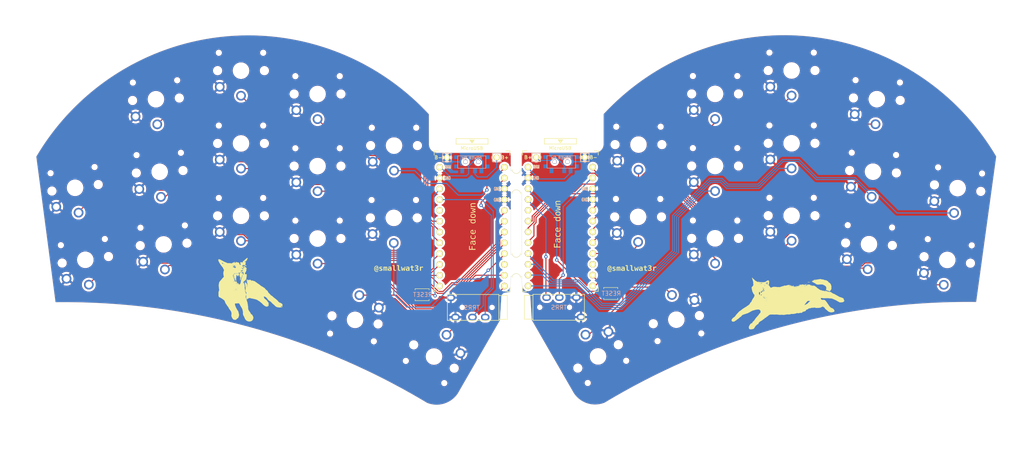
<source format=kicad_pcb>
(kicad_pcb (version 20240108) (generator "pcbnew") (generator_version "8.0")
  (layers (0 "F.Cu" signal) (31 "B.Cu" signal) (34 "B.Paste" user) (35 "F.Paste" user) (36 "B.SilkS" user "B.Silkscreen") (37 "F.SilkS" user "F.Silkscreen") (38 "B.Mask" user) (39 "F.Mask" user) (44 "Edge.Cuts" user))
  (net 0 "")
  (net 1 "BT+")
  (net 2 "gnd")
  (net 3 "vcc")
  (net 4 "Switch18")
  (net 5 "reset")
  (net 6 "Switch1")
  (net 7 "Switch2")
  (net 8 "Switch3")
  (net 9 "Switch4")
  (net 10 "Switch5")
  (net 11 "Switch6")
  (net 12 "Switch7")
  (net 13 "Switch8")
  (net 14 "Switch9")
  (net 15 "Switch10")
  (net 16 "Switch11")
  (net 17 "Switch12")
  (net 18 "Switch13")
  (net 19 "Switch14")
  (net 20 "Switch15")
  (net 21 "Switch16")
  (net 22 "Switch17")
  (net 23 "Net-(SW_POWER1-Pad1)")
  (net 24 "raw")
  (net 25 "BT+_r")
  (net 26 "Switch18_r")
  (net 27 "reset_r")
  (net 28 "Switch9_r")
  (net 29 "Switch10_r")
  (net 30 "Switch11_r")
  (net 31 "Switch12_r")
  (net 32 "Switch13_r")
  (net 33 "Switch14_r")
  (net 34 "Switch15_r")
  (net 35 "Switch16_r")
  (net 36 "Switch17_r")
  (net 37 "Switch1_r")
  (net 38 "Switch2_r")
  (net 39 "Switch3_r")
  (net 40 "Switch4_r")
  (net 41 "Switch5_r")
  (net 42 "Switch6_r")
  (net 43 "Switch7_r")
  (net 44 "Switch8_r")
  (net 45 "Net-(SW_POWERR1-Pad1)")
  (footprint "kbd:ProMicro_v3_min" (layer "F.Cu") (at 124.922 67.612)
    (property "Reference" "U1" (hide yes))
    (property "Value" "ProMicro-kbd" (hide yes))
  )
  (footprint "Kailh:TRRS-PJ-320A" (layer "F.Cu") (at 131.218 86.1 -90)
    (property "Reference" "J2")
    (property "Value" "AudioJack4dpb" (hide yes))
  )
  (footprint "* duckyb-collection:choc-v1-with-millmax" (layer "F.Cu") (at 70.6 64.564)
    (property "Reference" "SW16" (hide yes))
    (property "Value" "SW_Push" (hide yes))
  )
  (footprint "* duckyb-collection:choc-v1-with-millmax" (layer "F.Cu") (at 115.97314 97.65 150)
    (property "Reference" "SW20" (hide yes))
    (property "Value" "SW_Push" (hide yes))
  )
  (footprint "* duckyb-collection:choc-v1-with-millmax" (layer "F.Cu") (at 52.401538 71.287848 3)
    (property "Reference" "SW15" (hide yes))
    (property "Value" "SW_Push" (hide yes))
  )
  (footprint "* duckyb-collection:choc-v1-with-millmax" (layer "F.Cu") (at 97.415477 89.030365 170)
    (property "Reference" "SW21" (hide yes))
    (property "Value" "SW_Push" (hide yes))
  )
  (footprint "* duckyb-collection:choc-v1-with-millmax" (layer "F.Cu") (at 88.6 69.898)
    (property "Reference" "SW17" (hide yes))
    (property "Value" "SW_Push" (hide yes))
  )
  (footprint "* duckyb-collection:choc-v1-with-millmax" (layer "F.Cu") (at 106.524 65.048)
    (property "Reference" "SW18" (hide yes))
    (property "Value" "SW_Push" (hide yes))
  )
  (footprint "* duckyb-collection:choc-v1-with-millmax" (layer "F.Cu") (at 70.6 30.43)
    (property "Reference" "SW4" (hide yes))
    (property "Value" "SW_Push" (hide yes))
  )
  (footprint "* duckyb-collection:choc-v1-with-millmax" (layer "F.Cu") (at 50.601538 37.157848 3)
    (property "Reference" "SW3" (hide yes))
    (property "Value" "SW_Push" (hide yes))
  )
  (footprint "* duckyb-collection:choc-v1-with-millmax" (layer "F.Cu") (at 51.476657 54.21105 3)
    (property "Reference" "SW9" (hide yes))
    (property "Value" "SW_Push" (hide yes))
  )
  (footprint "* duckyb-collection:choc-v1-with-millmax" (layer "F.Cu") (at 33.997526 74.905452 8)
    (property "Reference" "SW14" (hide yes))
    (property "Value" "SW_Push" (hide yes))
  )
  (footprint "* duckyb-collection:choc-v1-with-millmax" (layer "F.Cu") (at 106.58 48.048)
    (property "Reference" "SW12" (hide yes))
    (property "Value" "SW_Push" (hide yes))
  )
  (footprint "* duckyb-collection:choc-v1-with-millmax" (layer "F.Cu") (at 88.6 52.88)
    (property "Reference" "SW11" (hide yes))
    (property "Value" "SW_Push" (hide yes))
  )
  (footprint "* duckyb-collection:choc-v1-with-millmax" (layer "F.Cu") (at 31.587526 57.975452 8)
    (property "Reference" "SW8" (hide yes))
    (property "Value" "SW_Push" (hide yes))
  )
  (footprint "* duckyb-collection:choc-v1-with-millmax" (layer "F.Cu") (at 88.6 35.93)
    (property "Reference" "SW5" (hide yes))
    (property "Value" "SW_Push" (hide yes))
  )
  (footprint "Duckyb-Parts:mouse-bite-5mm-slot-with-space-for-track" (layer "F.Cu") (at 135.314 56.529)
    (property "Reference" "mouse-bite-2mm-slot" (hide yes))
    (property "Value" "VAL**" (hide yes))
  )
  (footprint "kbd:SW_SPST_B3U-1000P" (layer "F.Cu") (at 113.184 83.106)
    (property "Reference" "RSW1" (hide yes))
    (property "Value" "SW_Push")
  )
  (footprint "* duckyb-collection:choc-v1-with-millmax" (layer "F.Cu") (at 70.6 47.546)
    (property "Reference" "SW10" (hide yes))
    (property "Value" "SW_Push" (hide yes))
  )
  (footprint "kbd:1pin_conn" (layer "F.Cu") (at 130.71 50.848)
    (property "Reference" "B+")
    (property "Value" "MountingHole_Pad" (hide yes))
  )
  (footprint "kbd:1pin_conn" (layer "F.Cu") (at 119.026 50.848)
    (property "Reference" "B-")
    (property "Value" "MountingHole_Pad" (hide yes))
  )
  (footprint "kbd:ProMicro_v3_min" (layer "F.Cu") (at 145.695513 67.579265)
    (property "Reference" "U2" (hide yes))
    (property "Value" "ProMicro-kbd" (hide yes))
  )
  (footprint "Kailh:TRRS-PJ-320A" (layer "F.Cu") (at 139.245513 86.067265 90)
    (property "Reference" "J1")
    (property "Value" "AudioJack4dpb" (hide yes))
  )
  (footprint "* duckyb-collection:choc-v1-with-millmax" (layer "F.Cu") (at 163.969513 64.815265)
    (property "Reference" "SW17_r1" (hide yes))
    (property "Value" "SW_Push" (hide yes))
  )
  (footprint "* duckyb-collection:choc-v1-with-millmax" (layer "F.Cu") (at 182.069513 52.847265)
    (property "Reference" "SW11_r1" (hide yes))
    (property "Value" "SW_Push" (hide yes))
  )
  (footprint "* duckyb-collection:choc-v1-with-millmax" (layer "F.Cu") (at 200.057513 64.531265)
    (property "Reference" "SW15_r1" (hide yes))
    (property "Value" "SW_Push" (hide yes))
  )
  (footprint "* duckyb-collection:choc-v1-with-millmax" (layer "F.Cu") (at 218.251537 71.232152 -3)
    (property "Reference" "SW18_r1" (hide yes))
    (property "Value" "SW_Push" (hide yes))
  )
  (footprint "* duckyb-collection:choc-v1-with-millmax" (layer "F.Cu") (at 182.069513 35.897265)
    (property "Reference" "SW5_r1" (hide yes))
    (property "Value" "SW_Push" (hide yes))
  )
  (footprint "* duckyb-collection:choc-v1-with-millmax" (layer "F.Cu") (at 182.069513 69.865265)
    (property "Reference" "SW16_r1" (hide yes))
    (property "Value" "SW_Push" (hide yes))
  )
  (footprint "* duckyb-collection:choc-v1-with-millmax" (layer "F.Cu") (at 200.057513 30.397265)
    (property "Reference" "SW4_r1" (hide yes))
    (property "Value" "SW_Push" (hide yes))
  )
  (footprint "* duckyb-collection:choc-v1-with-millmax" (layer "F.Cu") (at 236.659711 74.938112 -8)
    (property "Reference" "SW13_r1" (hide yes))
    (property "Value" "SW_Push" (hide yes))
  )
  (footprint "* duckyb-collection:choc-v1-with-millmax" (layer "F.Cu") (at 164.055513 47.815265)
    (property "Reference" "SW12_r1" (hide yes))
    (property "Value" "SW_Push" (hide yes))
  )
  (footprint "* duckyb-collection:choc-v1-with-millmax" (layer "F.Cu") (at 220.09705 37.137417 -3)
    (property "Reference" "SW3_r1" (hide yes))
    (property "Value" "SW_Push" (hide yes))
  )
  (footprint "* duckyb-collection:choc-v1-with-millmax" (layer "F.Cu") (at 219.19705 54.187417 -3)
    (property "Reference" "SW8_r1" (hide yes))
    (property "Value" "SW_Push" (hide yes))
  )
  (footprint "* duckyb-collection:choc-v1-with-millmax" (layer "F.Cu") (at 172.955824 88.98051 -170)
    (property "Reference" "SW21_r1" (hide yes))
    (property "Value" "SW_Push" (hide yes))
  )
  (footprint "* duckyb-collection:choc-v1-with-millmax" (layer "F.Cu") (at 200.057513 47.513265)
    (property "Reference" "SW9_r1" (hide yes))
    (property "Value" "SW_Push" (hide yes))
  )
  (footprint "* duckyb-collection:choc-v1-with-millmax" (layer "F.Cu") (at 154.549873 97.620897 -150)
    (property "Reference" "SW20_r1" (hide yes))
    (property "Value" "SW_Push" (hide yes))
  )
  (footprint "* duckyb-collection:choc-v1-with-millmax" (layer "F.Cu") (at 239.093038 58.049813 -8)
    (property "Reference" "SW7_r1" (hide yes))
    (property "Value" "SW_Push" (hide yes))
  )
  (footprint "kbd:1pin_conn" (layer "F.Cu") (at 151.437513 50.815265)
    (property "Reference" "B-")
    (property "Value" "MountingHole_Pad" (hide yes))
  )
  (footprint "kbd:1pin_conn" (layer "F.Cu") (at 140.007513 50.815265)
    (property "Reference" "B+")
    (property "Value" "MountingHole_Pad" (hide yes))
  )
  (footprint "kbd:SW_SPST_B3U-1000P" (layer "F.Cu") (at 157.533513 82.819265)
    (property "Reference" "RSW2" (hide yes))
    (property "Value" "SW_Push")
  )
  (footprint "Desktop:footprint wwwww(1)" (layer "F.Cu") (at 198.67 83.75 100)
    (property "Reference" "G***")
    (property "Value" "LOGO" (hide yes))
  )
  (footprint "Duckyb-Parts:mouse-bite-5mm-slot-with-space-for-track" (layer "F.Cu") (at 135.314001 76.225126)
    (property "Reference" "mouse-bite-2mm-slot" (hide yes))
    (property "Value" "VAL**" (hide yes))
  )
  (footprint "Desktop:footprint (1)" (layer "F.Cu") (at 72.79 82.13)
    (property "Reference" "G***")
    (property "Value" "LOGO" (hide yes))
  )
  (footprint "Kailh:SPDT_C128955" (layer "B.Cu") (at 124.868 51.864 180)
    (property "Reference" "POWER SW")
    (property "Value" "SW_SPDT")
  )
  (footprint "Kailh:SPDT_C128955" (layer "B.Cu") (at 145.849513 51.831265 180)
    (property "Reference" "POWER SW")
    (property "Value" "SW_SPDT")
  )
  (gr_rect (start 142.547513 50.434265) (end 149.278513 53.355265) (stroke (width 0.12)) (fill none) (layer "B.SilkS"))
  (gr_rect (start 121.566 50.467) (end 128.17 53.388) (stroke (width 0.12)) (fill none) (layer "B.SilkS"))
  (gr_line (start 116.829002 49.742917) (end 132.734 49.74) (stroke (width 0.05)) (layer "Edge.Cuts"))
  (gr_arc (start 155.851512 47.779264) (mid 155.228992 49.161009) (end 153.816511 49.710182) (stroke (width 0.05)) (layer "Edge.Cuts"))
  (gr_line (start 153.816511 49.710182) (end 137.911513 49.707265) (stroke (width 0.05)) (layer "Edge.Cuts"))
  (gr_arc (start 156.129507 108.483752) (mid 198.148813 90.583835) (end 243.458 84.830001) (stroke (width 0.05)) (layer "Edge.Cuts"))
  (gr_line (start 136.5865 78.765126) (end 136.754 82.47) (stroke (width 0.05)) (layer "Edge.Cuts"))
  (gr_line (start 136.266499 59.069001) (end 136.588 59.069) (stroke (width 0.05)) (layer "Edge.Cuts"))
  (gr_arc (start 26.99 84.880001) (mid 72.299188 90.633835) (end 114.318493 108.533752) (stroke (width 0.05)) (layer "Edge.Cuts"))
  (gr_line (start 136.588 53.989) (end 136.594 49.98) (stroke (width 0.05)) (layer "Edge.Cuts"))
  (gr_line (start 114.794001 47.811999) (end 114.784794 40.681423) (stroke (width 0.05)) (layer "Edge.Cuts"))
  (gr_arc (start 131.823267 83.634468) (mid 132.122283 82.948526) (end 132.804 82.64) (stroke (width 0.05)) (layer "Edge.Cuts"))
  (gr_arc (start 136.2665 73.685126) (mid 135.314 74.33) (end 134.361502 73.685125) (stroke (width 0.05)) (layer "Edge.Cuts"))
  (gr_line (start 131.474 89.14) (end 131.823267 83.634468) (stroke (width 0.05)) (layer "Edge.Cuts"))
  (gr_line (start 136.588 59.069) (end 136.5865 73.685126) (stroke (width 0.05)) (layer "Edge.Cuts"))
  (gr_arc (start 156.129507 108.483752) (mid 152.116405 108.679341) (end 148.881121 106.296869) (stroke (width 0.05)) (layer "Edge.Cuts"))
  (gr_line (start 132.734 49.74) (end 133.784772 49.729194) (stroke (width 0.05)) (layer "Edge.Cuts"))
  (gr_line (start 136.754 82.47) (end 137.642283 82.641474) (stroke (width 0.05)) (layer "Edge.Cuts"))
  (gr_line (start 22.466886 50.646445) (end 26.99 84.88) (stroke (width 0.05)) (layer "Edge.Cuts"))
  (gr_arc (start 155.854001 40.64) (mid 204.517354 22.421263) (end 248.171908 50.605022) (stroke (width 0.05)) (layer "Edge.Cuts"))
  (gr_line (start 134.361502 73.685125) (end 134.0465 73.685126) (stroke (width 0.05)) (layer "Edge.Cuts"))
  (gr_arc (start 137.642283 82.641474) (mid 138.324 82.95) (end 138.623016 83.635942) (stroke (width 0.05)) (layer "Edge.Cuts"))
  (gr_line (start 136.266499 53.989) (end 136.588 53.989) (stroke (width 0.05)) (layer "Edge.Cuts"))
  (gr_line (start 134.361501 53.988999) (end 134.044 53.99) (stroke (width 0.05)) (layer "Edge.Cuts"))
  (gr_line (start 134.044 53.99) (end 134.054 49.99) (stroke (width 0.05)) (layer "Edge.Cuts"))
  (gr_line (start 138.623016 83.635942) (end 138.974 89.09) (stroke (width 0.05)) (layer "Edge.Cuts"))
  (gr_line (start 136.2665 78.765127) (end 136.5865 78.765126) (stroke (width 0.05)) (layer "Edge.Cuts"))
  (gr_line (start 134.361502 78.765126) (end 134.0465 78.765126) (stroke (width 0.05)) (layer "Edge.Cuts"))
  (gr_arc (start 22.466886 50.646445) (mid 66.12144 22.462686) (end 114.784793 40.681423) (stroke (width 0.05)) (layer "Edge.Cuts"))
  (gr_line (start 131.474 89.14) (end 121.566879 106.346869) (stroke (width 0.05)) (layer "Edge.Cuts"))
  (gr_line (start 134.361501 59.069) (end 134.038 59.069) (stroke (width 0.05)) (layer "Edge.Cuts"))
  (gr_line (start 134.0465 73.685126) (end 134.038 59.069) (stroke (width 0.05)) (layer "Edge.Cuts"))
  (gr_arc (start 121.566879 106.346869) (mid 118.331595 108.729341) (end 114.318493 108.533752) (stroke (width 0.05)) (layer "Edge.Cuts"))
  (gr_arc (start 136.594001 49.98) (mid 136.662 49.80382) (end 136.822797 49.704787) (stroke (width 0.05)) (layer "Edge.Cuts"))
  (gr_arc (start 133.784772 49.729194) (mid 133.966854 49.810596) (end 134.053999 49.99) (stroke (width 0.05)) (layer "Edge.Cuts"))
  (gr_arc (start 134.361502 78.765126) (mid 135.314001 78.120254) (end 136.2665 78.765127) (stroke (width 0.05)) (layer "Edge.Cuts"))
  (gr_line (start 148.881121 106.296869) (end 138.974 89.09) (stroke (width 0.05)) (layer "Edge.Cuts"))
  (gr_arc (start 116.829002 49.742917) (mid 115.416513 49.193737) (end 114.794001 47.811999) (stroke (width 0.05)) (layer "Edge.Cuts"))
  (gr_line (start 132.804 82.64) (end 133.884 82.51) (stroke (width 0.05)) (layer "Edge.Cuts"))
  (gr_line (start 137.911513 49.707265) (end 136.822797 49.704787) (stroke (width 0.05)) (layer "Edge.Cuts"))
  (gr_line (start 155.854001 40.64) (end 155.851512 47.779264) (stroke (width 0.05)) (layer "Edge.Cuts"))
  (gr_line (start 136.2665 73.685126) (end 136.5865 73.685126) (stroke (width 0.05)) (layer "Edge.Cuts"))
  (gr_arc (start 136.266499 53.989) (mid 135.314 54.633873) (end 134.361501 53.988999) (stroke (width 0.05)) (layer "Edge.Cuts"))
  (gr_line (start 243.458 84.83) (end 248.171908 50.605022) (stroke (width 0.05)) (layer "Edge.Cuts"))
  (gr_arc (start 134.361501 59.069) (mid 135.314 58.424127) (end 136.266499 59.069001) (stroke (width 0.05)) (layer "Edge.Cuts"))
  (gr_line (start 134.0465 78.765126) (end 133.884 82.51) (stroke (width 0.05)) (layer "Edge.Cuts"))
  (gr_text "Face down" (at 125.122 67.104 90) (layer "F.SilkS") (effects (font (size 1.5 1.5) (thickness 0.3))))
  (gr_text "Face down" (at 145.087513 66.563265 90) (layer "F.SilkS") (effects (font (size 1.5 1.5) (thickness 0.3))))
  (gr_text "@smallwat3r" (at 156.73 77.71 0) (layer "F.SilkS") (effects (font (size 1.25 1.25) (thickness 0.2) (bold yes)) (justify left bottom)))
  (gr_text "@smallwat3r" (at 101.9 77.7 0) (layer "F.SilkS") (effects (font (size 1.25 1.25) (thickness 0.2) (bold yes)) (justify left bottom)))
  (segment (start 140.730512 51.538264) (end 143.421512 51.538264) (width 0.25) (layer "B.Cu") (net 1))
  (segment (start 140.007513 50.815265) (end 140.730512 51.538264) (width 0.25) (layer "B.Cu") (net 1))
  (segment (start 144.416014 50.905766) (end 144.743012 50.905766) (width 0.25) (layer "B.Cu") (net 1))
  (segment (start 144.108012 50.851764) (end 144.362012 50.851764) (width 0.25) (layer "B.Cu") (net 1))
  (segment (start 146.599513 52.762267) (end 146.599513 53.906265) (width 0.25) (layer "B.Cu") (net 1))
  (segment (start 143.421512 51.538264) (end 144.108012 50.851764) (width 0.25) (layer "B.Cu") (net 1))
  (segment (start 144.743012 50.905766) (end 146.599513 52.762267) (width 0.25) (layer "B.Cu") (net 1))
  (segment (start 144.362012 50.851764) (end 144.416014 50.905766) (width 0.25) (layer "B.Cu") (net 1))
  (segment (start 155.775523 82.761275) (end 155.833513 82.819265) (width 0.25) (layer "F.Cu") (net 2))
  (segment (start 149.445513 83.567265) (end 153.171523 83.567265) (width 0.25) (layer "F.Cu") (net 2))
  (segment (start 153.171523 83.567265) (end 153.977513 82.761275) (width 0.25) (layer "F.Cu") (net 2))
  (segment (start 153.977513 82.761275) (end 155.775523 82.761275) (width 0.25) (layer "F.Cu") (net 2))
  (segment (start 111.84923 85.958) (end 119.34477 85.958) (width 0.25) (layer "F.Cu") (net 2))
  (segment (start 111.484 83.106) (end 111.484 85.59277) (width 0.25) (layer "F.Cu") (net 2))
  (segment (start 119.34477 85.958) (end 119.918 85.38477) (width 0.25) (layer "F.Cu") (net 2))
  (segment (start 111.484 85.59277) (end 111.84923 85.958) (width 0.25) (layer "F.Cu") (net 2))
  (segment (start 119.918 85.38477) (end 119.918 83.6) (width 0.25) (layer "F.Cu") (net 2))
  (segment (start 120.998 88.38) (end 121.018 88.4) (width 0.25) (layer "B.Cu") (net 2))
  (segment (start 120.988 88.37) (end 121.018 88.4) (width 0.25) (layer "B.Cu") (net 2))
  (segment (start 142.293513 83.415265) (end 142.445513 83.567265) (width 0.25) (layer "F.Cu") (net 3))
  (segment (start 142.293513 74.183265) (end 142.293513 83.415265) (width 0.25) (layer "F.Cu") (net 3))
  (via (at 142.293513 74.183265) (size 0.8) (drill 0.4) (layers "F.Cu" "B.Cu") (net 3))
  (segment (start 127.998 88.38) (end 128.018 88.4) (width 0.25) (layer "B.Cu") (net 3))
  (segment (start 142.293513 65.127865) (end 142.293513 74.183265) (width 0.25) (layer "B.Cu") (net 3))
  (segment (start 137.886913 60.721265) (end 142.293513 65.127865) (width 0.25) (layer "B.Cu") (net 3))
  (segment (start 129.914 63.448) (end 129.914 81.584396) (width 0.25) (layer "B.Cu") (net 3))
  (segment (start 129.914 81.584396) (end 128.018 83.480396) (width 0.25) (layer "B.Cu") (net 3))
  (segment (start 128.018 83.480396) (end 128.018 88.2) (width 0.25) (layer "B.Cu") (net 3))
  (segment (start 127.22 60.754) (end 129.914 63.448) (width 0.25) (layer "B.Cu") (net 3))
  (segment (start 117.5134 60.754) (end 127.22 60.754) (width 0.25) (layer "B.Cu") (net 3))
  (segment (start 127.044 62.088) (end 127.044 61.3634) (width 0.25) (layer "F.Cu") (net 4))
  (segment (start 127.044 61.3634) (end 132.7334 55.674) (width 0.25) (layer "F.Cu") (net 4))
  (via (at 127.044 62.088) (size 0.8) (drill 0.4) (layers "F.Cu" "B.Cu") (net 4))
  (segment (start 125.08 88.2) (end 125.018 88.2) (width 0.25) (layer "B.Cu") (net 4))
  (segment (start 127.568 85.712) (end 125.08 88.2) (width 0.25) (layer "B.Cu") (net 4))
  (segment (start 127.568 83.294) (end 127.568 85.712) (width 0.25) (layer "B.Cu") (net 4))
  (segment (start 127.044 62.088) (end 129.464 64.508) (width 0.25) (layer "B.Cu") (net 4))
  (segment (start 129.464 81.398) (end 127.568 83.294) (width 0.25) (layer "B.Cu") (net 4))
  (segment (start 129.464 64.508) (end 129.464 81.398) (width 0.25) (layer "B.Cu") (net 4))
  (segment (start 114.884 83.106) (end 115.978 83.106) (width 0.25) (layer "F.Cu") (net 5))
  (segment (start 115.978 83.106) (end 116.232 83.36) (width 0.25) (layer "F.Cu") (net 5))
  (via (at 116.232 83.36) (size 0.8) (drill 0.4) (layers "F.Cu" "B.Cu") (net 5))
  (segment (start 116.232 82.598) (end 115.978 82.344) (width 0.25) (layer "B.Cu") (net 5))
  (segment (start 116.232 83.36) (end 116.232 82.598) (width 0.25) (layer "B.Cu") (net 5))
  (segment (start 115.978 59.7494) (end 115.978 82.344) (width 0.25) (layer "B.Cu") (net 5))
  (segment (start 117.5134 58.214) (end 115.978 59.7494) (width 0.25) (layer "B.Cu") (net 5))
  (segment (start 115.65 69.22) (end 117.3134 70.8834) (width 0.25) (layer "F.Cu") (net 7))
  (segment (start 117.3134 70.8834) (end 117.3134 70.914) (width 0.25) (layer "F.Cu") (net 7))
  (segment (start 102.187238 50.382) (end 103.356479 51.551241) (width 0.25) (layer "F.Cu") (net 7))
  (segment (start 103.356479 51.551241) (end 113.61198 51.551241) (width 0.25) (layer "F.Cu") (net 7))
  (segment (start 113.61198 51.551241) (end 113.61198 65.108976) (width 0.25) (layer "F.Cu") (net 7))
  (segment (start 113.61198 65.108976) (end 115.65 67.146996) (width 0.25) (layer "F.Cu") (net 7))
  (segment (start 97.860424 50.382) (end 102.187238 50.382) (width 0.25) (layer "F.Cu") (net 7))
  (segment (start 91.461194 45.964) (end 92.673204 47.17601) (width 0.25) (layer "F.Cu") (net 7))
  (segment (start 115.65 67.146996) (end 115.65 69.22) (width 0.25) (layer "F.Cu") (net 7))
  (segment (start 94.654434 47.17601) (end 97.860424 50.382) (width 0.25) (layer "F.Cu") (net 7))
  (segment (start 92.673204 47.17601) (end 94.654434 47.17601) (width 0.25) (layer "F.Cu") (net 7))
  (segment (start 78.809604 41.24) (end 83.533604 45.964) (width 0.25) (layer "F.Cu") (net 7))
  (segment (start 52.720082 41.24) (end 78.809604 41.24) (width 0.25) (layer "F.Cu") (net 7))
  (segment (start 50.91032 43.049762) (end 52.720082 41.24) (width 0.25) (layer "F.Cu") (net 7))
  (segment (start 83.533604 45.964) (end 91.461194 45.964) (width 0.25) (layer "F.Cu") (net 7))
  (segment (start 94.84083 46.72601) (end 98.04682 49.932) (width 0.25) (layer "F.Cu") (net 8))
  (segment (start 83.72 45.514) (end 91.64759 45.514) (width 0.25) (layer "F.Cu") (net 8))
  (segment (start 91.64759 45.514) (end 92.8596 46.72601) (width 0.25) (layer "F.Cu") (net 8))
  (segment (start 92.8596 46.72601) (end 94.84083 46.72601) (width 0.25) (layer "F.Cu") (net 8))
  (segment (start 114.06198 64.92258) (end 117.5134 68.374) (width 0.25) (layer "F.Cu") (net 8))
  (segment (start 103.542875 51.101241) (end 114.055221 51.101241) (width 0.25) (layer "F.Cu") (net 8))
  (segment (start 114.055221 51.101241) (end 114.06198 51.108) (width 0.25) (layer "F.Cu") (net 8))
  (segment (start 70.6 36.33) (end 75.06 40.79) (width 0.25) (layer "F.Cu") (net 8))
  (segment (start 78.996 40.79) (end 83.72 45.514) (width 0.25) (layer "F.Cu") (net 8))
  (segment (start 102.373634 49.932) (end 103.542875 51.101241) (width 0.25) (layer "F.Cu") (net 8))
  (segment (start 98.04682 49.932) (end 102.373634 49.932) (width 0.25) (layer "F.Cu") (net 8))
  (segment (start 114.06198 51.108) (end 114.06198 64.92258) (width 0.25) (layer "F.Cu") (net 8))
  (segment (start 75.06 40.79) (end 78.996 40.79) (width 0.25) (layer "F.Cu") (net 8))
  (segment (start 95.027226 46.27601) (end 98.233216 49.482) (width 0.25) (layer "F.Cu") (net 9))
  (segment (start 88.6 41.83) (end 93.04601 46.27601) (width 0.25) (layer "F.Cu") (net 9))
  (segment (start 98.233216 49.482) (end 102.56003 49.482) (width 0.25) (layer "F.Cu") (net 9))
  (segment (start 114.51198 64.736184) (end 115.609796 65.834) (width 0.25) (layer "F.Cu") (net 9))
  (segment (start 103.729271 50.651241) (end 114.241617 50.651241) (width 0.25) (layer "F.Cu") (net 9))
  (segment (start 115.609796 65.834) (end 117.5134 65.834) (width 0.25) (layer "F.Cu") (net 9))
  (segment (start 114.241617 50.651241) (end 114.51198 50.921604) (width 0.25) (layer "F.Cu") (net 9))
  (segment (start 114.51198 50.921604) (end 114.51198 64.736184) (width 0.25) (layer "F.Cu") (net 9))
  (segment (start 102.56003 49.482) (end 103.729271 50.651241) (width 0.25) (layer "F.Cu") (net 9))
  (segment (start 93.04601 46.27601) (end 95.027226 46.27601) (width 0.25) (layer "F.Cu") (net 9))
  (segment (start 115.83 76.84) (end 115.83 74.9374) (width 0.25) (layer "F.Cu") (net 11))
  (segment (start 90.65852 56.30852) (end 98.29 63.94) (width 0.25) (layer "F.Cu") (net 11))
  (segment (start 99.742792 72.688) (end 109.018 72.688) (width 0.25) (layer "F.Cu") (net 11))
  (segment (start 32.484067 63.49882) (end 32.984067 63.99882) (width 0.25) (layer "F.Cu") (net 11))
  (segment (start 79.206668 59.03399) (end 84.677332 59.03399) (width 0.25) (layer "F.Cu") (net 11))
  (segment (start 84.677332 59.03399) (end 87.402802 56.30852) (width 0.25) (layer "F.Cu") (net 11))
  (segment (start 115 77.67) (end 115.83 76.84) (width 0.25) (layer "F.Cu") (net 11))
  (segment (start 87.402802 56.30852) (end 90.65852 56.30852) (width 0.25) (layer "F.Cu") (net 11))
  (segment (start 98.29 63.94) (end 98.29 71.235208) (width 0.25) (layer "F.Cu") (net 11))
  (segment (start 115.83 74.9374) (end 117.3134 73.454) (width 0.25) (layer "F.Cu") (net 11))
  (segment (start 50.794 58.54) (end 62.184322 58.54) (width 0.25) (layer "F.Cu") (net 11))
  (segment (start 69.310322 51.414) (end 71.586678 51.414) (width 0.25) (layer "F.Cu") (net 11))
  (segment (start 109.018 72.688) (end 114 77.67) (width 0.25) (layer "F.Cu") (net 11))
  (segment (start 98.29 71.235208) (end 99.742792 72.688) (width 0.25) (layer "F.Cu") (net 11))
  (segment (start 48.494 60.84) (end 50.794 58.54) (width 0.25) (layer "F.Cu") (net 11))
  (segment (start 62.184322 58.54) (end 69.310322 51.414) (width 0.25) (layer "F.Cu") (net 11))
  (segment (start 71.586678 51.414) (end 79.206668 59.03399) (width 0.25) (layer "F.Cu") (net 11))
  (segment (start 32.366207 63.673224) (end 35.199431 60.84) (width 0.25) (layer "F.Cu") (net 11))
  (segment (start 114 77.67) (end 115 77.67) (width 0.25) (layer "F.Cu") (net 11))
  (segment (start 35.199431 60.84) (end 48.494 60.84) (width 0.25) (layer "F.Cu") (net 11))
  (segment (start 84.863718 59.484) (end 87.589198 56.75852) (width 0.25) (layer "F.Cu") (net 12))
  (segment (start 87.589198 56.75852) (end 90.472124 56.75852) (width 0.25) (layer "F.Cu") (net 12))
  (segment (start 62.370718 58.99) (end 69.496718 51.864) (width 0.25) (layer "F.Cu") (net 12))
  (segment (start 115.1874 78.12) (end 117.3134 75.994) (width 0.25) (layer "F.Cu") (net 12))
  (segment (start 108.831604 73.138) (end 113.813604 78.12) (width 0.25) (layer "F.Cu") (net 12))
  (segment (start 99.556396 73.138) (end 108.831604 73.138) (width 0.25) (layer "F.Cu") (net 12))
  (segment (start 90.472124 56.75852) (end 97.78 64.066396) (width 0.25) (layer "F.Cu") (net 12))
  (segment (start 97.78 64.066396) (end 97.78 71.361604) (width 0.25) (layer "F.Cu") (net 12))
  (segment (start 71.400282 51.864) (end 79.020282 59.484) (width 0.25) (layer "F.Cu") (net 12))
  (segment (start 52.6 60.304) (end 53.914 58.99) (width 0.25) (layer "F.Cu") (net 12))
  (segment (start 97.78 71.361604) (end 99.556396 73.138) (width 0.25) (layer "F.Cu") (net 12))
  (segment (start 53.914 58.99) (end 62.370718 58.99) (width 0.25) (layer "F.Cu") (net 12))
  (segment (start 113.813604 78.12) (end 115.1874 78.12) (width 0.25) (layer "F.Cu") (net 12))
  (segment (start 79.020282 59.484) (end 84.863718 59.484) (width 0.25) (layer "F.Cu") (net 12))
  (segment (start 69.496718 51.864) (end 71.400282 51.864) (width 0.25) (layer "F.Cu") (net 12))
  (segment (start 97.33 71.548) (end 99.37 73.588) (width 0.25) (layer "F.Cu") (net 13))
  (segment (start 87.826139 57.20852) (end 90.285728 57.20852) (width 0.25) (layer "F.Cu") (net 13))
  (segment (start 99.37 73.588) (end 108.560396 73.588) (width 0.25) (layer "F.Cu") (net 13))
  (segment (start 72.345886 53.446) (end 78.833886 59.934) (width 0.25) (layer "F.Cu") (net 13))
  (segment (start 85.100659 59.934) (end 87.826139 57.20852) (width 0.25) (layer "F.Cu") (net 13))
  (segment (start 70.512 53.446) (end 72.345886 53.446) (width 0.25) (layer "F.Cu") (net 13))
  (segment (start 78.833886 59.934) (end 85.100659 59.934) (width 0.25) (layer "F.Cu") (net 13))
  (segment (start 108.560396 73.588) (end 113.542396 78.57) (width 0.25) (layer "F.Cu") (net 13))
  (segment (start 90.285728 57.20852) (end 97.33 64.252792) (width 0.25) (layer "F.Cu") (net 13))
  (segment (start 117.2774 78.57) (end 117.3134 78.534) (width 0.25) (layer "F.Cu") (net 13))
  (segment (start 97.33 64.252792) (end 97.33 71.548) (width 0.25) (layer "F.Cu") (net 13))
  (segment (start 113.542396 78.57) (end 117.2774 78.57) (width 0.25) (layer "F.Cu") (net 13))
  (segment (start 108.374 74.038) (end 113.356 79.02) (width 0.25) (layer "F.Cu") (net 14))
  (segment (start 88.546 58.78) (end 91.220812 58.78) (width 0.25) (layer "F.Cu") (net 14))
  (segment (start 113.356 79.02) (end 115.4594 79.02) (width 0.25) (layer "F.Cu") (net 14))
  (segment (start 99.183604 74.038) (end 108.374 74.038) (width 0.25) (layer "F.Cu") (net 14))
  (segment (start 115.4594 79.02) (end 117.5134 81.074) (width 0.25) (layer "F.Cu") (net 14))
  (segment (start 91.220812 58.78) (end 96.88 64.439188) (width 0.25) (layer "F.Cu") (net 14))
  (segment (start 96.88 71.734396) (end 99.183604 74.038) (width 0.25) (layer "F.Cu") (net 14))
  (segment (start 96.88 64.439188) (end 96.88 71.734396) (width 0.25) (layer "F.Cu") (net 14))
  (segment (start 132.7334 53.134) (end 128.424 57.4434) (width 0.25) (layer "F.Cu") (net 15))
  (segment (start 128.424 57.4434) (end 128.424 58.468) (width 0.25) (layer "F.Cu") (net 15))
  (via (at 128.424 58.468) (size 0.8) (drill 0.4) (layers "F.Cu" "B.Cu") (net 15))
  (segment (start 127.225001 59.666999) (end 128.424 58.468) (width 0.25) (layer "B.Cu") (net 15))
  (segment (start 121.637001 59.666999) (end 127.225001 59.666999) (width 0.25) (layer "B.Cu") (net 15))
  (segment (start 118.914002 56.944) (end 121.637001 59.666999) (width 0.25) (layer "B.Cu") (net 15))
  (segment (start 111.458 53.948) (end 114.454 56.944) (width 0.25) (layer "B.Cu") (net 15))
  (segment (start 106.58 53.948) (end 111.458 53.948) (width 0.25) (layer "B.Cu") (net 15))
  (segment (start 114.454 56.944) (end 118.914002 56.944) (width 0.25) (layer "B.Cu") (net 15))
  (segment (start 87.232 72.528) (end 89.050792 72.528) (width 0.25) (layer "F.Cu") (net 16))
  (segment (start 48.914 78.13) (end 51.330238 75.713762) (width 0.25) (layer "F.Cu") (net 16))
  (segment (start 120.154176 80.3) (end 121.438198 80.3) (width 0.25) (layer "F.Cu") (net 16))
  (segment (start 84.31 75.45) (end 87.232 72.528) (width 0.25) (layer "F.Cu") (net 16))
  (segment (start 34.777809 80.566191) (end 34.897809 80.566191) (width 0.25) (layer "F.Cu") (net 16))
  (segment (start 72.315634 69.47) (end 76.32 69.47) (width 0.25) (layer "F.Cu") (net 16))
  (segment (start 69.384 68.548) (end 71.393634 68.548) (width 0.25) (layer "F.Cu") (net 16))
  (segment (start 89.050792 72.528) (end 91.082792 74.56) (width 0.25) (layer "F.Cu") (net 16))
  (segment (start 108.226 74.56) (end 114.016 80.35) (width 0.25) (layer "F.Cu") (net 16))
  (segment (start 132.5334 63.7966) (end 132.5334 63.294) (width 0.25) (layer "F.Cu") (net 16))
  (segment (start 115 80.35) (end 116.994 82.344) (width 0.25) (layer "F.Cu") (net 16))
  (segment (start 130.546379 65.783621) (end 132.5334 63.7966) (width 0.25) (layer "F.Cu") (net 16))
  (segment (start 56.822238 75.713762) (end 61.633546 70.902454) (width 0.25) (layer "F.Cu") (net 16))
  (segment (start 61.633546 70.902454) (end 67.029546 70.902454) (width 0.25) (layer "F.Cu") (net 16))
  (segment (start 116.994 82.344) (end 118.110176 82.344) (width 0.25) (layer "F.Cu") (net 16))
  (segment (start 118.110176 82.344) (end 120.154176 80.3) (width 0.25) (layer "F.Cu") (net 16))
  (segment (start 91.082792 74.56) (end 108.226 74.56) (width 0.25) (layer "F.Cu") (net 16))
  (segment (start 130.546379 71.191819) (end 130.546379 65.783621) (width 0.25) (layer "F.Cu") (net 16))
  (segment (start 34.897809 80.566191) (end 37.334 78.13) (width 0.25) (layer "F.Cu") (net 16))
  (segment (start 82.3 75.45) (end 84.31 75.45) (width 0.25) (layer "F.Cu") (net 16))
  (segment (start 37.334 78.13) (end 48.914 78.13) (width 0.25) (layer "F.Cu") (net 16))
  (segment (start 114.016 80.35) (end 115 80.35) (width 0.25) (layer "F.Cu") (net 16))
  (segment (start 67.029546 70.902454) (end 69.384 68.548) (width 0.25) (layer "F.Cu") (net 16))
  (segment (start 121.438198 80.3) (end 130.546379 71.191819) (width 0.25) (layer "F.Cu") (net 16))
  (segment (start 71.393634 68.548) (end 72.315634 69.47) (width 0.25) (layer "F.Cu") (net 16))
  (segment (start 51.330238 75.713762) (end 56.822238 75.713762) (width 0.25) (layer "F.Cu") (net 16))
  (segment (start 76.32 69.47) (end 82.3 75.45) (width 0.25) (layer "F.Cu") (net 16))
  (segment (start 120.340586 80.75) (end 121.624594 80.75) (width 0.25) (layer "F.Cu") (net 17))
  (segment (start 84.496396 75.9) (end 87.418396 72.978) (width 0.25) (layer "F.Cu") (net 17))
  (segment (start 61.819946 71.352464) (end 67.229536 71.352464) (width 0.25) (layer "F.Cu") (net 17))
  (segment (start 90.936396 75.05) (end 108.066 75.05) (width 0.25) (layer "F.Cu") (net 17))
  (segment (start 67.229536 71.352464) (end 69.584 68.998) (width 0.25) (layer "F.Cu") (net 17))
  (segment (start 87.418396 72.978) (end 88.864396 72.978) (width 0.25) (layer "F.Cu") (net 17))
  (segment (start 108.066 75.05) (end 113.816 80.8) (width 0.25) (layer "F.Cu") (net 17))
  (segment (start 69.584 68.998) (end 71.207238 68.998) (width 0.25) (layer "F.Cu") (net 17))
  (segment (start 116.807604 82.794) (end 118.296586 82.794) (width 0.25) (layer "F.Cu") (net 17))
  (segment (start 56.93241 76.24) (end 61.819946 71.352464) (width 0.25) (layer "F.Cu") (net 17))
  (segment (start 118.296586 82.794) (end 120.340586 80.75) (width 0.25) (layer "F.Cu") (net 17))
  (segment (start 130.996389 71.378205) (end 130.996389 67.371011) (width 0.25) (layer "F.Cu") (net 17))
  (segment (start 88.864396 72.978) (end 90.936396 75.05) (width 0.25) (layer "F.Cu") (net 17))
  (segment (start 114.813604 80.8) (end 116.807604 82.794) (width 0.25) (layer "F.Cu") (net 17))
  (segment (start 53.682 76.24) (end 56.93241 76.24) (width 0.25) (layer "F.Cu") (net 17))
  (segment (start 113.816 80.8) (end 114.813604 80.8) (width 0.25) (layer "F.Cu") (net 17))
  (segment (start 71.207238 68.998) (end 72.159238 69.95) (width 0.25) (layer "F.Cu") (net 17))
  (segment (start 82.113604 75.9) (end 84.496396 75.9) (width 0.25) (layer "F.Cu") (net 17))
  (segment (start 121.624594 80.75) (end 130.996389 71.378205) (width 0.25) (layer "F.Cu") (net 17))
  (segment (start 76.163604 69.95) (end 82.113604 75.9) (width 0.25) (layer "F.Cu") (net 17))
  (segment (start 130.996389 67.371011) (end 132.5334 65.834) (width 0.25) (layer "F.Cu") (net 17))
  (segment (start 52.6 77.322) (end 53.682 76.24) (width 0.25) (layer "F.Cu") (net 17))
  (segment (start 72.159238 69.95) (end 76.163604 69.95) (width 0.25) (layer "F.Cu") (net 17))
  (segment (start 88.678 73.428) (end 87.604792 73.428) (width 0.25) (layer "F.Cu") (net 18))
  (segment (start 122.15 80.86099) (end 122.15 83.78918) (width 0.25) (layer "F.Cu") (net 18))
  (segment (start 87.604792 73.428) (end 84.682792 76.35) (width 0.25) (layer "F.Cu") (net 18))
  (segment (start 70.546 70.43) (end 70.512 70.464) (width 0.25) (layer "F.Cu") (net 18))
  (segment (start 81.79 76.35) (end 75.87 70.43) (width 0.25) (layer "F.Cu") (net 18))
  (segment (start 93.66 78.41) (end 88.678 73.428) (width 0.25) (layer "F.Cu") (net 18))
  (segment (start 84.682792 76.35) (end 81.79 76.35) (width 0.25) (layer "F.Cu") (net 18))
  (segment (start 122.15 83.78918) (end 119.53118 86.408) (width 0.25) (layer "F.Cu") (net 18))
  (segment (start 132.5334 68.374) (end 131.446399 69.461001) (width 0.25) (layer "F.Cu") (net 18))
  (segment (start 131.446399 69.461001) (end 131.446399 71.564591) (width 0.25) (layer "F.Cu") (net 18))
  (segment (start 103.66482 78.41) (end 93.66 78.41) (width 0.25) (layer "F.Cu") (net 18))
  (segment (start 131.446399 71.564591) (end 122.15 80.86099) (width 0.25) (layer "F.Cu") (net 18))
  (segment (start 111.66282 86.408) (end 103.66482 78.41) (width 0.25) (layer "F.Cu") (net 18))
  (segment (start 119.53118 86.408) (end 111.66282 86.408) (width 0.25) (layer "F.Cu") (net 18))
  (segment (start 75.87 70.43) (end 70.546 70.43) (width 0.25) (layer "F.Cu") (net 18))
  (segment (start 122.6 81.0474) (end 122.6 83.97559) (width 0.25) (layer "F.Cu") (net 19))
  (segment (start 93.473604 78.86) (end 90.411604 75.798) (width 0.25) (layer "F.Cu") (net 19))
  (segment (start 122.6 83.97559) (end 119.65959 86.916) (width 0.25) (layer "F.Cu") (net 19))
  (segment (start 103.412396 78.86) (end 93.473604 78.86) (width 0.25) (layer "F.Cu") (net 19))
  (segment (start 90.411604 75.798) (end 88.546 75.798) (width 0.25) (layer "F.Cu") (net 19))
  (segment (start 111.468396 86.916) (end 103.412396 78.86) (width 0.25) (layer "F.Cu") (net 19))
  (segment (start 119.65959 86.916) (end 111.468396 86.916) (width 0.25) (layer "F.Cu") (net 19))
  (segment (start 132.7334 70.914) (end 122.6 81.0474) (width 0.25) (layer "F.Cu") (net 19))
  (segment (start 128.8274 77.36) (end 132.7334 73.454) (width 0.25) (layer "F.Cu") (net 20))
  (segment (start 128.739 77.36) (end 128.8274 77.36) (width 0.25) (layer "F.Cu") (net 20))
  (via (at 128.739 77.36) (size 0.8) (drill 0.4) (layers "F.Cu" "B.Cu") (net 20))
  (segment (start 106.524 82.978) (end 106.524 70.948) (width 0.25) (layer "B.Cu") (net 20))
  (segment (start 128.739 77.36) (end 126.671 79.428) (width 0.25) (layer "B.Cu") (net 20))
  (segment (start 121.804 79.428) (end 115.204 86.028) (width 0.25) (layer "B.Cu") (net 20))
  (segment (start 109.574 86.028) (end 106.524 82.978) (width 0.25) (layer "B.Cu") (net 20))
  (segment (start 115.204 86.028) (end 109.574 86.028) (width 0.25) (layer "B.Cu") (net 20))
  (segment (start 126.671 79.428) (end 121.804 79.428) (width 0.25) (layer "B.Cu") (net 20))
  (segment (start 119.843986 87.368) (end 123.05 84.161986) (width 0.25) (layer "F.Cu") (net 21))
  (segment (start 125.743796 78.54) (end 132.5274 78.54) (width 0.25) (layer "F.Cu") (net 21))
  (segment (start 123.05 84.161986) (end 123.05 81.233796) (width 0.25) (layer "F.Cu") (net 21))
  (segment (start 98.44 83.22) (end 107.136 83.22) (width 0.25) (layer "F.Cu") (net 21))
  (segment (start 111.284 87.368) (end 119.843986 87.368) (width 0.25) (layer "F.Cu") (net 21))
  (segment (start 132.5274 78.54) (end 132.5334 78.534) (width 0.25) (layer "F.Cu") (net 21))
  (segment (start 107.136 83.22) (end 111.284 87.368) (width 0.25) (layer "F.Cu") (net 21))
  (segment (start 123.05 81.233796) (end 125.743796 78.54) (width 0.25) (layer "F.Cu") (net 21))
  (segment (start 128.744 90.66) (end 130.944 88.46) (width 0.25) (layer "F.Cu") (net 22))
  (segment (start 120.80359 90.66) (end 128.744 90.66) (width 0.25) (layer "F.Cu") (net 22))
  (segment (start 130.944 82.8634) (end 132.7334 81.074) (width 0.25) (layer "F.Cu") (net 22))
  (segment (start 130.944 88.46) (end 130.944 82.8634) (width 0.25) (layer "F.Cu") (net 22))
  (segment (start 118.92314 92.54045) (end 120.80359 90.66) (width 0.25) (layer "F.Cu") (net 22))
  (segment (start 127.408 51.682998) (end 126.764001 51.038999) (width 0.25) (layer "B.Cu") (net 24))
  (segment (start 124.118499 54.645501) (end 123.598 55.166) (width 0.25) (layer "B.Cu") (net 24))
  (segment (start 126.764001 51.038999) (end 125.971999 51.038999) (width 0.25) (layer "B.Cu") (net 24))
  (segment (start 127.408 53.649) (end 127.408 51.682998) (width 0.25) (layer "B.Cu") (net 24))
  (segment (start 124.118499 52.892499) (end 124.118499 54.645501) (width 0.25) (layer "B.Cu") (net 24))
  (segment (start 121.312 55.166) (end 119.5454 55.166) (width 0.25) (layer "B.Cu") (net 24))
  (segment (start 119.5454 55.166) (end 117.5134 53.134) (width 0.25) (layer "B.Cu") (net 24))
  (segment (start 127.118 53.939) (end 127.408 53.649) (width 0.25) (layer "B.Cu") (net 24))
  (segment (start 125.971999 51.038999) (end 124.118499 52.892499) (width 0.25) (layer "B.Cu") (net 24))
  (segment (start 123.598 55.166) (end 121.312 55.166) (width 0.25) (layer "B.Cu") (net 24))
  (segment (start 137.886913 53.101265) (end 139.709213 54.923565) (width 0.25) (layer "B.Cu") (net 24))
  (segment (start 140.680913 55.895265) (end 142.293513 55.895265) (width 0.25) (layer "B.Cu") (net 24))
  (segment (start 148.099513 54.407265) (end 148.099513 53.906265) (width 0.25) (layer "B.Cu") (net 24))
  (segment (start 146.611513 55.895265) (end 148.099513 54.407265) (width 0.25) (layer "B.Cu") (net 24))
  (segment (start 139.709213 54.923565) (end 140.680913 55.895265) (width 0.25) (layer "B.Cu") (net 24))
  (segment (start 142.293513 55.895265) (end 146.611513 55.895265) (width 0.25) (layer "B.Cu") (net 24))
  (segment (start 125.618 54.814) (end 125.618 53.939) (width 0.25) (layer "B.Cu") (net 25))
  (segment (start 130.71 53.134) (end 128.424 55.42) (width 0.25) (layer "B.Cu") (net 25))
  (segment (start 128.424 55.42) (end 126.224 55.42) (width 0.25) (layer "B.Cu") (net 25))
  (segment (start 130.71 50.848) (end 130.71 53.134) (width 0.25) (layer "B.Cu") (net 25))
  (segment (start 125.618 54.814) (end 126.224 55.42) (width 0.25) (layer "B.Cu") (net 25))
  (segment (start 145.445513 83.567265) (end 145.445513 79.413265) (width 0.25) (layer "F.Cu") (net 26))
  (segment (start 145.445513 79.413265) (end 146.357513 78.501265) (width 0.25) (layer "F.Cu") (net 26))
  (via (at 146.357513 78.501265) (size 0.8) (drill 0.4) (layers "F.Cu" "B.Cu") (net 26))
  (segment (start 146.357513 62.390665) (end 146.357513 78.501265) (width 0.25) (layer "B.Cu") (net 26))
  (segment (start 153.106913 55.641265) (end 146.357513 62.390665) (width 0.25) (layer "B.Cu") (net 26))
  (segment (start 157.905523 81.491275) (end 159.233513 82.819265) (width 0.25) (layer "F.Cu") (net 27))
  (segment (start 154.456511 82.311265) (end 155.276501 81.491275) (width 0.25) (layer "F.Cu") (net 27))
  (segment (start 155.276501 81.491275) (end 157.083503 81.491275) (width 0.25) (layer "F.Cu") (net 27))
  (segment (start 144.833513 74.945265) (end 152.199513 82.311265) (width 0.25) (layer "F.Cu") (net 27))
  (segment (start 157.083503 81.491275) (end 157.905523 81.491275) (width 0.25) (layer "F.Cu") (net 27))
  (segment (start 152.199513 82.311265) (end 154.456511 82.311265) (width 0.25) (layer "F.Cu") (net 27))
  (via (at 144.833513 74.945265) (size 0.8) (drill 0.4) (layers "F.Cu" "B.Cu") (net 27))
  (segment (start 144.833513 65.127865) (end 144.833513 74.945265) (width 0.25) (layer "B.Cu") (net 27))
  (segment (start 137.886913 58.181265) (end 144.833513 65.127865) (width 0.25) (layer "B.Cu") (net 27))
  (segment (start 154.953604 86.56) (end 160.143456 86.56) (width 0.25) (layer "B.Cu") (net 28))
  (segment (start 179.737513 58.747265) (end 182.071513 58.747265) (width 0.25) (layer "B.Cu") (net 28))
  (segment (start 149.434869 81.041265) (end 154.953604 86.56) (width 0.25) (layer "B.Cu") (net 28))
  (segment (start 137.886913 81.041265) (end 149.434869 81.041265) (width 0.25) (layer "B.Cu") (net 28))
  (segment (start 160.143456 86.56) (end 173.466992 73.236464) (width 0.25) (layer "B.Cu") (net 28))
  (segment (start 173.466992 73.236464) (end 173.466992 65.017786) (width 0.25) (layer "B.Cu") (net 28))
  (segment (start 173.466992 65.017786) (end 179.737513 58.747265) (width 0.25) (layer "B.Cu") (net 28))
  (segment (start 163.189339 56.194265) (end 164.055513 55.328091) (width 0.25) (layer "F.Cu") (net 29))
  (segment (start 153.306913 53.101265) (end 153.306913 53.467618) (width 0.25) (layer "F.Cu") (net 29))
  (segment (start 156.03356 56.194265) (end 163.189339 56.194265) (width 0.25) (layer "F.Cu") (net 29))
  (segment (start 153.306913 53.467618) (end 156.03356 56.194265) (width 0.25) (layer "F.Cu") (net 29))
  (segment (start 164.055513 55.328091) (end 164.055513 53.715265) (width 0.25) (layer "F.Cu") (net 29))
  (segment (start 154.419513 61.790487) (end 154.419513 61.782312) (width 0.25) (layer "F.Cu") (net 30))
  (segment (start 217.335517 75.658066) (end 220.788066 75.658066) (width 0.25) (layer "F.Cu") (net 30))
  (segment (start 192.138333 70.685265) (end 196.971117 70.685265) (width 0.25) (layer "F.Cu") (net 30))
  (segment (start 155.840513 57.994265) (end 173.709909 57.994265) (width 0.25) (layer "F.Cu") (net 30))
  (segment (start 225.910693 80.780693) (end 235.83859 80.780693) (width 0.25) (layer "F.Cu") (net 30))
  (segment (start 155.293913 60.907912) (end 155.293913 58.540865) (width 0.25) (layer "F.Cu") (net 30))
  (segment (start 153.106913 63.103087) (end 154.419513 61.790487) (width 0.25) (layer "F.Cu") (net 30))
  (segment (start 153.106913 63.261265) (end 153.106913 63.103087) (width 0.25) (layer "F.Cu") (net 30))
  (segment (start 196.971117 70.685265) (end 199.511117 68.145265) (width 0.25) (layer "F.Cu") (net 30))
  (segment (start 199.511117 68.145265) (end 203.947909 68.145265) (width 0.25) (layer "F.Cu") (net 30))
  (segment (start 203.947909 68.145265) (end 212.212644 76.41) (width 0.25) (layer "F.Cu") (net 30))
  (segment (start 154.419513 61.782312) (end 155.293913 60.907912) (width 0.25) (layer "F.Cu") (net 30))
  (segment (start 173.709909 57.994265) (end 182.455221 66.739577) (width 0.25) (layer "F.Cu") (net 30))
  (segment (start 188.192645 66.739577) (end 192.138333 70.685265) (width 0.25) (layer "F.Cu") (net 30))
  (segment (start 155.293913 58.540865) (end 155.840513 57.994265) (width 0.25) (layer "F.Cu") (net 30))
  (segment (start 182.455221 66.739577) (end 188.192645 66.739577) (width 0.25) (layer "F.Cu") (net 30))
  (segment (start 216.583583 76.41) (end 217.335517 75.658066) (width 0.25) (layer "F.Cu") (net 30))
  (segment (start 212.212644 76.41) (end 216.583583 76.41) (width 0.25) (layer "F.Cu") (net 30))
  (segment (start 220.788066 75.658066) (end 225.910693 80.780693) (width 0.25) (layer "F.Cu") (net 30))
  (segment (start 153.106913 65.801265) (end 154.869513 64.038665) (width 0.25) (layer "F.Cu") (net 31))
  (segment (start 203.761513 68.595265) (end 212.026248 76.86) (width 0.25) (layer "F.Cu") (net 31))
  (segment (start 155.743913 61.094308) (end 155.743913 58.727261) (width 0.25) (layer "F.Cu") (net 31))
  (segment (start 173.523513 58.444265) (end 182.268825 67.189577) (width 0.25) (layer "F.Cu") (net 31))
  (segment (start 154.869513 61.968708) (end 155.743913 61.094308) (width 0.25) (layer "F.Cu") (net 31))
  (segment (start 188.006235 67.189577) (end 191.951923 71.135265) (width 0.25) (layer "F.Cu") (net 31))
  (segment (start 156.026909 58.444265) (end 173.523513 58.444265) (width 0.25) (layer "F.Cu") (net 31))
  (segment (start 191.951923 71.135265) (end 197.157513 71.135265) (width 0.25) (layer "F.Cu") (net 31))
  (segment (start 154.869513 64.038665) (end 154.869513 61.968708) (width 0.25) (layer "F.Cu") (net 31))
  (segment (start 197.157513 71.135265) (end 199.697513 68.595265) (width 0.25) (layer "F.Cu") (net 31))
  (segment (start 217.556248 76.86) (end 217.985513 77.289265) (width 0.25) (layer "F.Cu") (net 31))
  (segment (start 182.268825 67.189577) (end 188.006235 67.189577) (width 0.25) (layer "F.Cu") (net 31))
  (segment (start 155.743913 58.727261) (end 156.026909 58.444265) (width 0.25) (layer "F.Cu") (net 31))
  (segment (start 212.026248 76.86) (end 217.556248 76.86) (width 0.25) (layer "F.Cu") (net 31))
  (segment (start 199.697513 68.595265) (end 203.761513 68.595265) (width 0.25) (layer "F.Cu") (net 31))
  (segment (start 153.106913 68.341265) (end 153.106913 67.927865) (width 0.25) (layer "F.Cu") (net 32))
  (segment (start 156.426909 58.894265) (end 173.337117 58.894265) (width 0.25) (layer "F.Cu") (net 32))
  (segment (start 187.819834 67.639586) (end 191.823513 71.643265) (width 0.25) (layer "F.Cu") (net 32))
  (segment (start 173.337117 58.894265) (end 182.082438 67.639586) (width 0.25) (layer "F.Cu") (net 32))
  (segment (start 182.082438 67.639586) (end 187.819834 67.639586) (width 0.25) (layer "F.Cu") (net 32))
  (segment (start 191.823513 71.643265) (end 198.639513 71.643265) (width 0.25) (layer "F.Cu") (net 32))
  (segment (start 156.193913 59.127261) (end 156.426909 58.894265) (width 0.25) (layer "F.Cu") (net 32))
  (segment (start 156.193913 61.280704) (end 156.193913 59.127261) (width 0.25) (layer "F.Cu") (net 32))
  (segment (start 153.106913 67.927865) (end 155.319513 65.715265) (width 0.25) (layer "F.Cu") (net 32))
  (segment (start 155.319513 65.715265) (end 155.319513 62.155104) (width 0.25) (layer "F.Cu") (net 32))
  (segment (start 198.639513 71.643265) (end 200.105513 70.177265) (width 0.25) (layer "F.Cu") (net 32))
  (segment (start 155.319513 62.155104) (end 156.193913 61.280704) (width 0.25) (layer "F.Cu") (net 32))
  (segment (start 179.28 71.78) (end 182.171513 74.671513) (width 0.25) (layer "F.Cu") (net 33))
  (segment (start 155.769513 66.315265) (end 155.769513 62.3415) (width 0.25) (layer "F.Cu") (net 33))
  (segment (start 154.739513 69.248665) (end 154.739513 67.345265) (width 0.25) (layer "F.Cu") (net 33))
  (segment (start 155.769513 62.3415) (end 156.643913 61.4671) (width 0.25) (layer "F.Cu") (net 33))
  (segment (start 154.739513 67.345265) (end 155.769513 66.315265) (width 0.25) (layer "F.Cu") (net 33))
  (segment (start 156.926909 59.344265) (end 173.150721 59.344265) (width 0.25) (layer "F.Cu") (net 33))
  (segment (start 173.150721 59.344265) (end 179.28 65.473544) (width 0.25) (layer "F.Cu") (net 33))
  (segment (start 179.28 65.473544) (end 179.28 71.78) (width 0.25) (layer "F.Cu") (net 33))
  (segment (start 156.643913 61.4671) (end 156.643913 59.627261) (width 0.25) (layer "F.Cu") (net 33))
  (segment (start 156.643913 59.627261) (end 156.926909 59.344265) (width 0.25) (layer "F.Cu") (net 33))
  (segment (start 153.106913 70.881265) (end 154.739513 69.248665) (width 0.25) (layer "F.Cu") (net 33))
  (segment (start 182.171513 74.671513) (end 182.171513 76.019265) (width 0.25) (layer "F.Cu") (net 33))
  (segment (start 163.969513 71.415265) (end 163.969513 70.715265) (width 0.25) (layer "F.Cu") (net 34))
  (segment (start 161.959513 73.425265) (end 163.969513 71.415265) (width 0.25) (layer "F.Cu") (net 34))
  (segment (start 153.106913 73.421265) (end 153.110913 73.425265) (width 0.25) (layer "F.Cu") (net 34))
  (segment (start 153.110913 73.425265) (end 161.959513 73.425265) (width 0.25) (layer "F.Cu") (net 34))
  (segment (start 154.625648 80.02) (end 159.846396 80.02) (width 0.25) (layer "F.Cu") (net 35))
  (segment (start 159.846396 80.02) (end 161.156396 81.33) (width 0.25) (layer "F.Cu") (net 35))
  (segment (start 170.091155 81.33) (end 171.9313 83.170145) (width 0.25) (layer "F.Cu") (net 35))
  (segment (start 161.156396 81.33) (end 170.091155 81.33) (width 0.25) (layer "F.Cu") (net 35))
  (segment (start 153.106913 78.501265) (end 154.625648 80.02) (width 0.25) (layer "F.Cu") (net 35))
  (segment (start 160.38 81.19) (end 159.66 80.47) (width 0.25) (layer "F.Cu") (net 36))
  (segment (start 151.599873 92.511347) (end 152.408653 92.511347) (width 0.25) (layer "F.Cu") (net 36))
  (segment (start 152.408653 92.511347) (end 160.38 84.54) (width 0.25) (layer "F.Cu") (net 36))
  (segment (start 153.867987 81.041265) (end 153.106913 81.041265) (width 0.25) (layer "F.Cu") (net 36))
  (segment (start 154.439252 80.47) (end 153.867987 81.041265) (width 0.25) (layer "F.Cu") (net 36))
  (segment (start 160.38 84.54) (end 160.38 81.19) (width 0.25) (layer "F.Cu") (net 36))
  (segment (start 159.66 80.47) (end 154.439252 80.47) (width 0.25) (layer "F.Cu") (net 36))
  (segment (start 219.758937 43) (end 219.788268 43.029331) (width 0.25) (layer "F.Cu") (net 38))
  (segment (start 139.48 66.676396) (end 139.969418 66.186978) (width 0.25) (layer "F.Cu") (net 38))
  (segment (start 182.679473 44.465265) (end 188.804473 38.340265) (width 0.25) (layer "F.Cu") (net 38))
  (segment (start 153.833117 59.365265) (end 155.654117 57.544265) (width 0.25) (layer "F.Cu") (net 38))
  (segment (start 145.595705 59.365265) (end 153.833117 59.365265) (width 0.25) (layer "F.Cu") (net 38))
  (segment (start 163.748527 57.544265) (end 176.827527 44.465265) (width 0.25) (layer "F.Cu") (net 38))
  (segment (start 139.969418 66.186978) (end 139.969418 64.991552) (width 0.25) (layer "F.Cu") (net 38))
  (segment (start 155.654117 57.544265) (end 163.748527 57.544265) (width 0.25) (layer "F.Cu") (net 38))
  (segment (start 203.269513 38.340265) (end 207.929248 43) (width 0.25) (layer "F.Cu") (net 38))
  (segment (start 137.886913 70.881265) (end 139.48 69.288178) (width 0.25) (layer "F.Cu") (net 38))
  (segment (start 139.48 69.288178) (end 139.48 66.676396) (width 0.25) (layer "F.Cu") (net 38))
  (segment (start 139.969418 64.991552) (end 145.595705 59.365265) (width 0.25) (layer "F.Cu") (net 38))
  (segment (start 207.929248 43) (end 219.758937 43) (width 0.25) (layer "F.Cu") (net 38))
  (segment (start 176.827527 44.465265) (end 182.679473 44.465265) (width 0.25) (layer "F.Cu") (net 38))
  (segment (start 188.804473 38.340265) (end 203.269513 38.340265) (width 0.25) (layer "F.Cu") (net 38))
  (segment (start 149.066396 58.9) (end 150.872131 57.094265) (width 0.25) (layer "F.Cu") (net 39))
  (segment (start 139.519418 66.000582) (end 139.519418 64.805156) (width 0.25) (layer "F.Cu") (net 39))
  (segment (start 138.086913 67.433087) (end 139.519418 66.000582) (width 0.25) (layer "F.Cu") (net 39))
  (segment (start 145.424574 58.9) (end 149.066396 58.9) (width 0.25) (layer "F.Cu") (net 39))
  (segment (start 188.618077 37.890265) (end 198.464513 37.890265) (width 0.25) (layer "F.Cu") (net 39))
  (segment (start 176.641131 44.015265) (end 182.493077 44.015265) (width 0.25) (layer "F.Cu") (net 39))
  (segment (start 150.872131 57.094265) (end 163.562131 57.094265) (width 0.25) (layer "F.Cu") (net 39))
  (segment (start 163.562131 57.094265) (end 176.641131 44.015265) (width 0.25) (layer "F.Cu") (net 39))
  (segment (start 138.086913 68.341265) (end 138.086913 67.433087) (width 0.25) (layer "F.Cu") (net 39))
  (segment (start 139.519418 64.805156) (end 145.424574 58.9) (width 0.25) (layer "F.Cu") (net 39))
  (segment (start 198.464513 37.890265) (end 200.057513 36.297265) (width 0.25) (layer "F.Cu") (net 39))
  (segment (start 182.493077 44.015265) (end 188.618077 37.890265) (width 0.25) (layer "F.Cu") (net 39))
  (segment (start 182.069513 42.640487) (end 181.144735 43.565265) (width 0.25) (layer "F.Cu") (net 40))
  (segment (start 145.238178 58.45) (end 139.069418 64.61876) (width 0.25) (layer "F.Cu") (net 40))
  (segment (start 139.069418 65.801265) (end 137.886913 65.801265) (width 0.25) (layer "F.Cu") (net 40))
  (segment (start 152.575735 54.554265) (end 148.68 58.45) (width 0.25) (layer "F.Cu") (net 40))
  (segment (start 139.069418 64.61876) (end 139.069418 65.801265) (width 0.25) (layer "F.Cu") (net 40))
  (segment (start 163.375735 56.644265) (end 155.847164 56.644265) (width 0.25) (layer "F.Cu") (net 40))
  (segment (start 148.68 58.45) (end 145.238178 58.45) (width 0.25) (layer "F.Cu") (net 40))
  (segment (start 155.847164 56.644265) (end 153.757164 54.554265) (width 0.25) (layer "F.Cu") (net 40))
  (segment (start 181.144735 43.565265) (end 176.454735 43.565265) (width 0.25) (layer "F.Cu") (net 40))
  (segment (start 153.757164 54.554265) (end 152.575735 54.554265) (width 0.25) (layer "F.Cu") (net 40))
  (segment (start 182.069513 41.797265) (end 182.069513 42.640487) (width 0.25) (layer "F.Cu") (net 40))
  (segment (start 176.454735 43.565265) (end 163.375735 56.644265) (width 0.25) (layer "F.Cu") (net 40))
  (segment (start 159.631681 85.163265) (end 155.579661 85.163265) (width 0.25) (layer "B.Cu") (net 42))
  (segment (start 218.007598 58.562265) (end 215.035333 55.59) (width 0.25) (layer "B.Cu") (net 42))
  (segment (start 183.728429 55.767785) (end 180.772161 55.767785) (width 0.25) (layer "B.Cu") (net 42))
  (segment (start 185.085909 57.125265) (end 183.728429 55.767785) (width 0.25) (layer "B.Cu") (net 42))
  (segment (start 155.579661 85.163265) (end 150.062673 79.646277) (width 0.25) (layer "B.Cu") (net 42))
  (segment (start 192.117527 57.125265) (end 185.085909 57.125265) (width 0.25) (layer "B.Cu") (net 42))
  (segment (start 172.069513 72.725433) (end 159.631681 85.163265) (width 0.25) (layer "B.Cu") (net 42))
  (segment (start 150.062673 79.646277) (end 144.111925 79.646277) (width 0.25) (layer "B.Cu") (net 42))
  (segment (start 197.920007 51.322785) (end 192.117527 57.125265) (width 0.25) (layer "B.Cu") (net 42))
  (segment (start 144.111925 79.646277) (end 137.886913 73.421265) (width 0.25) (layer "B.Cu") (net 42))
  (segment (start 215.035333 55.59) (end 206.061131 55.59) (width 0.25) (layer "B.Cu") (net 42))
  (segment (start 172.069513 64.470433) (end 172.069513 72.725433) (width 0.25) (layer "B.Cu") (net 42))
  (segment (start 206.061131 55.59) (end 201.793916 51.322785) (width 0.25) (layer "B.Cu") (net 42))
  (segment (start 201.793916 51.322785) (end 197.920007 51.322785) (width 0.25) (layer "B.Cu") (net 42))
  (segment (start 219.502265 58.562265) (end 218.007598 58.562265) (width 0.25) (layer "B.Cu") (net 42))
  (segment (start 238.271917 63.892394) (end 224.832394 63.892394) (width 0.25) (layer "B.Cu") (net 42))
  (segment (start 224.832394 63.892394) (end 219.502265 58.562265) (width 0.25) (layer "B.Cu") (net 42))
  (segment (start 180.772161 55.767785) (end 172.069513 64.470433) (width 0.25) (layer "B.Cu") (net 42))
  (segment (start 201.60752 51.772785) (end 198.106417 51.772785) (width 0.25) (layer "B.Cu") (net 43))
  (segment (start 155.393265 85.613265) (end 159.818077 85.613265) (width 0.25) (layer "B.Cu") (net 43))
  (segment (start 214.848937 56.04) (end 205.874735 56.04) (width 0.25) (layer "B.Cu") (net 43))
  (segment (start 143.746277 80.096277) (end 149.876277 80.096277) (width 0.25) (layer "B.Cu") (net 43))
  (segment (start 139.611265 75.961265) (end 143.746277 80.096277) (width 0.25) (layer "B.Cu") (net 43))
  (segment (start 172.519513 72.911829) (end 172.519513 64.656829) (width 0.25) (layer "B.Cu") (net 43))
  (segment (start 180.958557 56.217785) (end 183.542033 56.217785) (width 0.25) (layer "B.Cu") (net 43))
  (segment (start 172.519513 64.656829) (end 180.958557 56.217785) (width 0.25) (layer "B.Cu") (net 43))
  (segment (start 183.542033 56.217785) (end 184.899513 57.575265) (width 0.25) (layer "B.Cu") (net 43))
  (segment (start 205.874735 56.04) (end 201.60752 51.772785) (width 0.25) (layer "B.Cu") (net 43))
  (segment (start 192.459937 57.419265) (end 192.459923 57.419265) (width 0.25) (layer "B.Cu") (net 43))
  (segment (start 218.888268 60.079331) (end 214.848937 56.04) (width 0.25) (layer "B.Cu") (net 43))
  (segment (start 192.303937 57.575265) (end 192.459937 57.419265) (width 0.25) (layer "B.Cu") (net 43))
  (segment (start 137.886913 75.961265) (end 139.611265 75.961265) (width 0.25) (layer "B.Cu") (net 43))
  (segment (start 198.106417 51.772785) (end 192.459937 57.419265) (width 0.25) (layer "B.Cu") (net 43))
  (segment (start 184.899513 57.575265) (end 192.303937 57.575265) (width 0.25) (layer "B.Cu") (net 43))
  (segment (start 159.818077 85.613265) (end 172.519513 72.911829) (width 0.25) (layer "B.Cu") (net 43))
  (segment (start 149.876277 80.096277) (end 155.393265 85.613265) (width 0.25) (layer "B.Cu") (net 43))
  (segment (start 192.412014 58.103584) (end 197.102333 53.413265) (width 0.25) (layer "B.Cu") (net 44))
  (segment (start 141.351265 78.501265) (end 143.396286 80.546286) (width 0.25) (layer "B.Cu") (net 44))
  (segment (start 143.396286 80.546286) (end 149.576286 80.546286) (width 0.25) (layer "B.Cu") (net 44))
  (segment (start 181.144755 56.667305) (end 183.323117 56.667305) (width 0.25) (layer "B.Cu") (net 44))
  (segment (start 155.14 86.11) (end 159.95706 86.11) (width 0.25) (layer "B.Cu") (net 44))
  (segment (start 159.95706 86.11) (end 172.999513 73.067547) (width 0.25) (layer "B.Cu") (net 44))
  (segment (start 172.999513 64.812547) (end 181.144755 56.667305) (width 0.25) (layer "B.Cu") (net 44))
  (segment (start 197.102333 53.413265) (end 200.205513 53.413265) (width 0.25) (layer "B.Cu") (net 44))
  (segment (start 149.576286 80.546286) (end 155.14 86.11) (width 0.25) (layer "B.Cu") (net 44))
  (segment (start 184.759396 58.103584) (end 192.412014 58.103584) (width 0.25) (layer "B.Cu") (net 44))
  (segment (start 183.323117 56.667305) (end 184.759396 58.103584) (width 0.25) (layer "B.Cu") (net 44))
  (segment (start 137.886913 78.501265) (end 141.351265 78.501265) (width 0.25) (layer "B.Cu") (net 44))
  (segment (start 172.999513 73.067547) (end 172.999513 64.812547) (width 0.25) (layer "B.Cu") (net 44))
  (zone (net 2) (net_name "gnd") (layer "F.Cu") (connect_pads (clearance 0.508)) (min_thickness 0.254) (fill yes (thermal_gap 0.508) (thermal_bridge_width 0.508))
    (polygon (pts (xy 14.744 15.14) (xy 254.674 14.14) (xy 254.674 118.28) (xy 14.744 119.28)))
  )
  (zone (net 2) (net_name "gnd") (layer "B.Cu") (connect_pads (clearance 0.508)) (min_thickness 0.254) (fill yes (thermal_gap 0.508) (thermal_bridge_width 0.508))
    (polygon (pts (xy 13.934 13.82) (xy 254.204 14.25) (xy 254.714 119.65) (xy 14.444 119.22)))
  )
)
</source>
